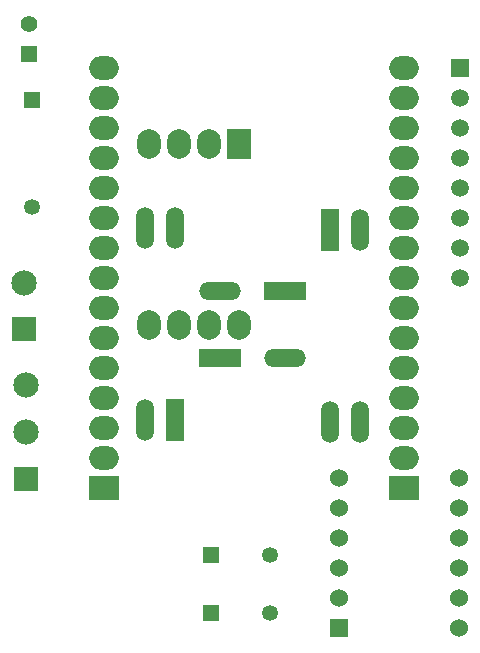
<source format=gbr>
G04*
G04 #@! TF.GenerationSoftware,Altium Limited,Altium Designer,25.0.2 (28)*
G04*
G04 Layer_Color=255*
%FSLAX44Y44*%
%MOMM*%
G71*
G04*
G04 #@! TF.SameCoordinates,4711C13A-52D9-45D7-B3A0-D515BE669C82*
G04*
G04*
G04 #@! TF.FilePolarity,Positive*
G04*
G01*
G75*
%ADD39O,2.5000X2.0000*%
%ADD40R,2.5000X2.0000*%
%ADD41C,2.1500*%
%ADD42R,2.1500X2.1500*%
%ADD43C,1.5240*%
%ADD44R,1.5240X1.5240*%
%ADD45O,2.0000X2.5000*%
%ADD46R,2.0000X2.5000*%
%ADD47R,1.3500X1.3500*%
%ADD48C,1.3500*%
%ADD49C,1.5000*%
%ADD50R,1.5000X1.5000*%
%ADD51C,1.4000*%
%ADD52R,1.4000X1.4000*%
%ADD53R,1.3500X1.3500*%
%ADD55O,1.5240X3.5400*%
%ADD56R,1.5240X3.5400*%
%ADD57R,3.5400X1.5240*%
%ADD58O,3.5400X1.5240*%
D39*
X1158500Y1330800D02*
D03*
Y1305400D02*
D03*
Y1280000D02*
D03*
Y1254600D02*
D03*
Y1229200D02*
D03*
Y1203800D02*
D03*
Y1178400D02*
D03*
Y1153000D02*
D03*
Y1127600D02*
D03*
Y1102200D02*
D03*
Y1076800D02*
D03*
Y1051400D02*
D03*
Y1026000D02*
D03*
Y1000600D02*
D03*
X904500Y1051400D02*
D03*
Y1330800D02*
D03*
Y1305400D02*
D03*
Y1280000D02*
D03*
Y1254600D02*
D03*
Y1229200D02*
D03*
Y1203800D02*
D03*
Y1178400D02*
D03*
Y1153000D02*
D03*
Y1127600D02*
D03*
Y1102200D02*
D03*
Y1076800D02*
D03*
Y1026000D02*
D03*
Y1000600D02*
D03*
D40*
X1158500Y975200D02*
D03*
X904500D02*
D03*
D41*
X838750Y1062350D02*
D03*
Y1022750D02*
D03*
X837250Y1149000D02*
D03*
D42*
X838750Y983150D02*
D03*
X837250Y1109400D02*
D03*
D43*
X1205350Y983250D02*
D03*
Y957850D02*
D03*
Y932450D02*
D03*
Y907050D02*
D03*
Y881650D02*
D03*
Y856250D02*
D03*
X1103750Y957850D02*
D03*
Y881650D02*
D03*
Y983250D02*
D03*
Y932450D02*
D03*
Y907050D02*
D03*
D44*
Y856250D02*
D03*
D45*
X943050Y1113100D02*
D03*
X968450D02*
D03*
X993850D02*
D03*
X1019250D02*
D03*
X943050Y1266500D02*
D03*
X968450D02*
D03*
X993850D02*
D03*
D46*
X1019250D02*
D03*
D47*
X995750Y918250D02*
D03*
Y869000D02*
D03*
D48*
X1045750Y918250D02*
D03*
Y869000D02*
D03*
X844250Y1213250D02*
D03*
D49*
X1206000Y1153050D02*
D03*
Y1178450D02*
D03*
Y1203850D02*
D03*
Y1229250D02*
D03*
Y1254650D02*
D03*
Y1280050D02*
D03*
Y1305450D02*
D03*
D50*
Y1330850D02*
D03*
D51*
X841750Y1368201D02*
D03*
D52*
Y1342800D02*
D03*
D53*
X844250Y1303250D02*
D03*
D55*
X1121500Y1031440D02*
D03*
X1096100D02*
D03*
X1121500Y1194000D02*
D03*
X939750Y1033000D02*
D03*
X965150Y1195560D02*
D03*
X939750D02*
D03*
D56*
X1096100Y1194000D02*
D03*
X965150Y1033000D02*
D03*
D57*
X1003000Y1085000D02*
D03*
X1058250Y1142000D02*
D03*
D58*
X1003000D02*
D03*
X1058250Y1085000D02*
D03*
M02*

</source>
